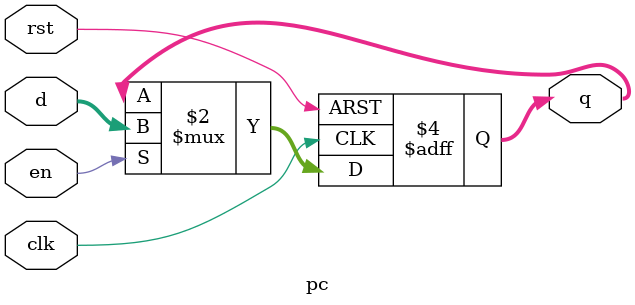
<source format=v>
module pc(
    input clk,
    input rst,
    input [31:0] d,
    input en,
    output reg [31:0] q
);

    always @(posedge clk or posedge rst) begin
        if (rst) begin
            q <= 32'b0;
        end else if (en) begin
            q <= d;
        end
    end

endmodule

</source>
